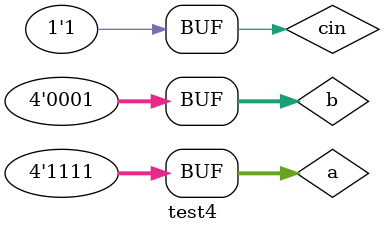
<source format=v>
`timescale 1ns / 1ps


module test4;

	// Inputs
	reg [3:0] a;
	reg [3:0] b;
	reg cin;

	// Outputs
	wire [4:0] sum;

	// Instantiate the Unit Under Test (UUT)
	rca_delay uut (
		.sum(sum), 
		.a(a), 
		.b(b), 
		.cin(cin)
	);

	initial begin
	$monitor ($time,",  a = %b,  b = %b,  cin = %b,  sum = %b\n",a,b,cin,sum);
	
		a = 4'b0000;
		b = 4'b0000;
		cin = 0;

		#20;
		
		a = 4'b1111;
		b = 4'b0001;
		cin = 1;

	end
      
endmodule


</source>
